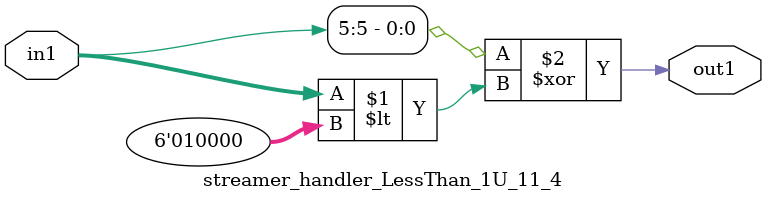
<source format=v>

`timescale 1ps / 1ps


module streamer_handler_LessThan_1U_11_4( in1, out1 );

    input [5:0] in1;
    output out1;

    
    // rtl_process:streamer_handler_LessThan_1U_11_4/streamer_handler_LessThan_1U_11_4_thread_1
    assign out1 = (in1[5] ^ in1 < 6'd16);

endmodule


</source>
